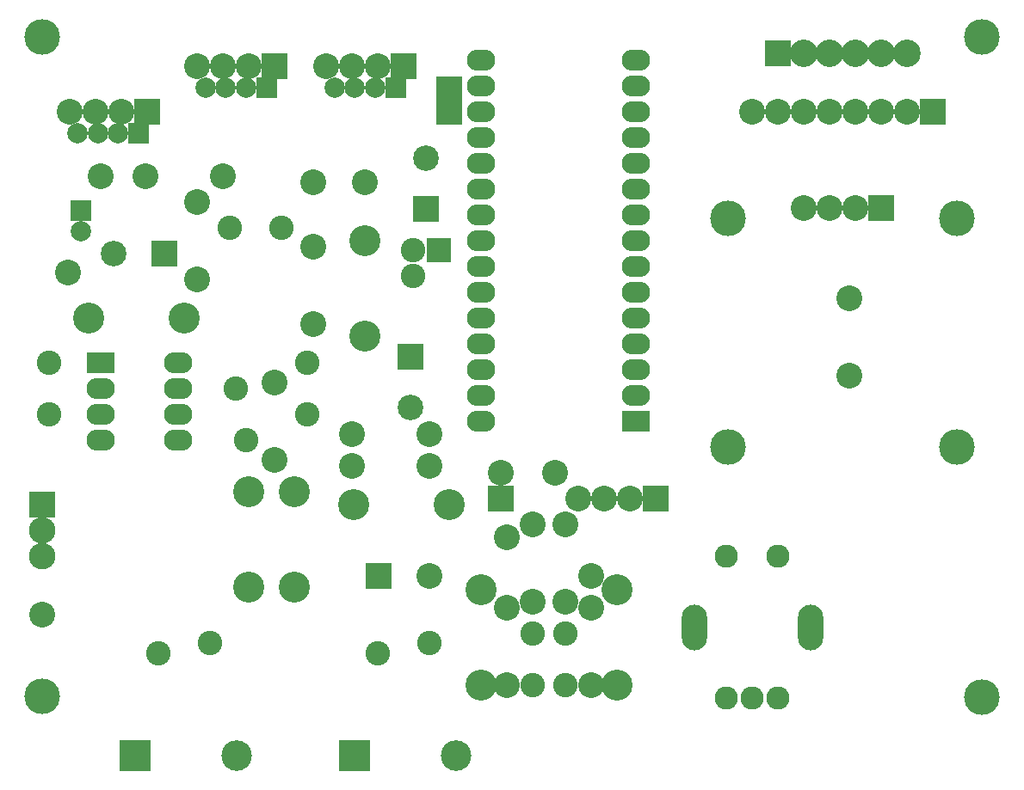
<source format=gbs>
G04 #@! TF.FileFunction,Soldermask,Bot*
%FSLAX46Y46*%
G04 Gerber Fmt 4.6, Leading zero omitted, Abs format (unit mm)*
G04 Created by KiCad (PCBNEW 4.0.4-stable) date 04/20/17 09:34:57*
%MOMM*%
%LPD*%
G01*
G04 APERTURE LIST*
%ADD10C,0.150000*%
%ADD11R,2.540000X2.540000*%
%ADD12C,2.540000*%
%ADD13C,3.508000*%
%ADD14C,2.413000*%
%ADD15R,2.794000X2.082800*%
%ADD16O,2.794000X2.082800*%
%ADD17R,2.008000X2.008000*%
%ADD18C,2.008000*%
%ADD19C,3.048000*%
%ADD20C,2.286000*%
%ADD21O,2.506980X4.508500*%
%ADD22R,2.608580X2.608580*%
%ADD23C,2.707640*%
%ADD24C,2.608580*%
%ADD25R,2.413000X2.413000*%
%ADD26R,3.007360X3.007360*%
%ADD27C,3.007360*%
%ADD28R,2.508000X2.508000*%
%ADD29C,2.508000*%
G04 APERTURE END LIST*
D10*
D11*
X85725000Y-20320000D03*
D12*
X83185000Y-20320000D03*
X80645000Y-20320000D03*
X78105000Y-20320000D03*
D13*
X93165000Y-21300000D03*
X93165000Y-43800000D03*
X70665000Y-43800000D03*
X70665000Y-21300000D03*
X95631000Y-68453000D03*
D14*
X51435000Y-62230000D03*
X51435000Y-67310000D03*
X14605000Y-64135000D03*
X19705000Y-63135000D03*
D15*
X8890000Y-35560000D03*
D16*
X8890000Y-38100000D03*
X8890000Y-40640000D03*
X8890000Y-43180000D03*
X16510000Y-43180000D03*
X16510000Y-40640000D03*
X16510000Y-38100000D03*
X16510000Y-35560000D03*
D11*
X90825000Y-10795000D03*
D12*
X88285000Y-10795000D03*
X85745000Y-10795000D03*
X83205000Y-10795000D03*
X80665000Y-10795000D03*
X78125000Y-10795000D03*
X75585000Y-10795000D03*
X73045000Y-10795000D03*
X55880000Y-48895000D03*
X58420000Y-48895000D03*
X60960000Y-48895000D03*
D11*
X63500000Y-48895000D03*
X13462000Y-10795000D03*
D12*
X10922000Y-10795000D03*
X8382000Y-10795000D03*
X5842000Y-10795000D03*
D17*
X12652000Y-12906000D03*
D18*
X10652000Y-12906000D03*
X8652000Y-12906000D03*
X6652000Y-12906000D03*
D11*
X38735000Y-6350000D03*
D12*
X36195000Y-6350000D03*
X33655000Y-6350000D03*
X31115000Y-6350000D03*
D17*
X37925000Y-8461000D03*
D18*
X35925000Y-8461000D03*
X33925000Y-8461000D03*
X31925000Y-8461000D03*
D11*
X26035000Y-6350000D03*
D12*
X23495000Y-6350000D03*
X20955000Y-6350000D03*
X18415000Y-6350000D03*
D17*
X25225000Y-8461000D03*
D18*
X23225000Y-8461000D03*
X21225000Y-8461000D03*
X19225000Y-8461000D03*
D14*
X54610000Y-62230000D03*
X54610000Y-67310000D03*
X3810000Y-35560000D03*
X3810000Y-40640000D03*
X29210000Y-35560000D03*
X29210000Y-40640000D03*
X21590000Y-22225000D03*
X26670000Y-22225000D03*
D19*
X59690000Y-67310000D03*
X59690000Y-57912000D03*
X46355000Y-67310000D03*
X46355000Y-57912000D03*
X27940000Y-48260000D03*
X27940000Y-57658000D03*
X23495000Y-48260000D03*
X23495000Y-57658000D03*
X17145000Y-31115000D03*
X7747000Y-31115000D03*
D12*
X48260000Y-46355000D03*
D11*
X48260000Y-48895000D03*
D19*
X43180000Y-49530000D03*
X33782000Y-49530000D03*
X34925000Y-23495000D03*
X34925000Y-32893000D03*
D20*
X70485000Y-68580000D03*
X75565000Y-68580000D03*
X73025000Y-68580000D03*
X70485000Y-54610000D03*
X75565000Y-54610000D03*
D21*
X78740000Y-61595000D03*
X67310000Y-61595000D03*
D14*
X22225000Y-38100000D03*
X23225000Y-43200000D03*
D12*
X29845000Y-17780000D03*
X34925000Y-17780000D03*
D11*
X43180000Y-10795000D03*
X43180000Y-8636000D03*
D22*
X75565000Y-5080000D03*
D23*
X78105000Y-5080000D03*
X80645000Y-5080000D03*
X83185000Y-5080000D03*
X85725000Y-5080000D03*
X88265000Y-5080000D03*
D24*
X3175000Y-54610000D03*
X3175000Y-52070000D03*
D22*
X3175000Y-49530000D03*
D12*
X54610000Y-51435000D03*
X54610000Y-59055000D03*
X57150000Y-59690000D03*
X57150000Y-67310000D03*
X51435000Y-51435000D03*
X51435000Y-59055000D03*
X48895000Y-59690000D03*
X48895000Y-67310000D03*
X82550000Y-29210000D03*
X82550000Y-36830000D03*
X26035000Y-45085000D03*
X26035000Y-37465000D03*
X41275000Y-45720000D03*
X33655000Y-45720000D03*
X33655000Y-42545000D03*
X41275000Y-42545000D03*
X29845000Y-24130000D03*
X29845000Y-31750000D03*
X20955000Y-17145000D03*
X13335000Y-17145000D03*
D25*
X42227500Y-24447500D03*
D14*
X39687500Y-24447500D03*
X39687500Y-26987500D03*
X36195000Y-64135000D03*
X41295000Y-63135000D03*
D15*
X61595000Y-41275000D03*
D16*
X61595000Y-38735000D03*
X61595000Y-36195000D03*
X61595000Y-33655000D03*
X61595000Y-31115000D03*
X61595000Y-28575000D03*
X61595000Y-26035000D03*
X61595000Y-23495000D03*
X61595000Y-20955000D03*
X61595000Y-18415000D03*
X61595000Y-15875000D03*
X61595000Y-13335000D03*
X61595000Y-10795000D03*
X61595000Y-8255000D03*
X61595000Y-5715000D03*
X46355000Y-5715000D03*
X46355000Y-8255000D03*
X46355000Y-10795000D03*
X46355000Y-13335000D03*
X46355000Y-15875000D03*
X46355000Y-18415000D03*
X46355000Y-20955000D03*
X46355000Y-23495000D03*
X46355000Y-26035000D03*
X46355000Y-28575000D03*
X46355000Y-31115000D03*
X46355000Y-33655000D03*
X46355000Y-36195000D03*
X46355000Y-38735000D03*
X46355000Y-41275000D03*
D12*
X18415000Y-27305000D03*
X18415000Y-19685000D03*
X57150000Y-56515000D03*
X48895000Y-52705000D03*
X3175000Y-60325000D03*
X5715000Y-26670000D03*
X53594000Y-46355000D03*
X8890000Y-17145000D03*
D26*
X12305000Y-74265000D03*
D27*
X22305000Y-74265000D03*
D26*
X33895000Y-74265000D03*
D27*
X43895000Y-74265000D03*
D11*
X36235000Y-56515000D03*
D12*
X41235000Y-56515000D03*
D28*
X15200000Y-24765000D03*
D29*
X10200000Y-24765000D03*
D17*
X6985000Y-20590000D03*
D18*
X6985000Y-22590000D03*
D28*
X39370000Y-34965000D03*
D29*
X39370000Y-39965000D03*
D28*
X40894000Y-20407000D03*
D29*
X40894000Y-15407000D03*
D13*
X95631000Y-3429000D03*
X3173000Y-3417000D03*
X3173000Y-68417000D03*
M02*

</source>
